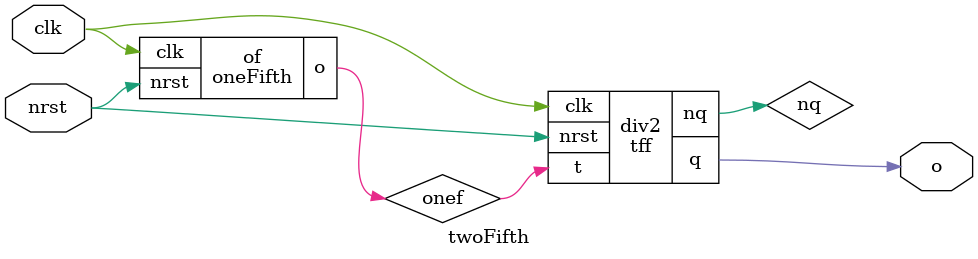
<source format=sv>
module dff(output q, input clk, D, nrst);
  wire d = D & nrst;
  logic r, s, nr, ns;
  nand gq(q, nr, nq), gnq(nq, ns, q), gr(nr, clk, r),
  gs(ns, nr, clk, s), gr1(r, nr, s), gs1(s, ns, d);
endmodule
module tff(output q, nq, input t, clk, nrst);
  logic ns, nr, ns1, nr1, j, k;
  nand n1(ns, clk, j), n2(nr, clk, k), n3(q, ns, nq),
  n4(nq, nr, q, nrst), n5(ns1, !clk, t, nq),
  n6(nr1, !clk, t, q), n7(j, ns1, k), n8(k, nr1, j, nrst);
endmodule

// https://verilogpractice.wordpress.com/2018/01/29/divide-by-5/
module oneFifth(output o, input clk, nrst);
  wire d1,d2,d3,d4;
  wire q1,q2,q3,q4;
  assign d4 = q2;
  assign d2 = q1 ^ q2;
  assign d3 = q1 & q2;
  assign d1 = !q1 & !q3;
  dff df1(q1,clk,d1,nrst);
  dff df2(q2,clk,d2,nrst);
  dff df3(q3,clk,d3,nrst);
  dff df4(q4,!clk,d4,nrst);
  assign o = d4 | q4;
endmodule

module twoFifth(output o, input nrst, clk);
  wire nq, onef;
  oneFifth of(onef,clk,nrst);
  tff div2(o,nq,onef,clk,nrst);
endmodule

</source>
